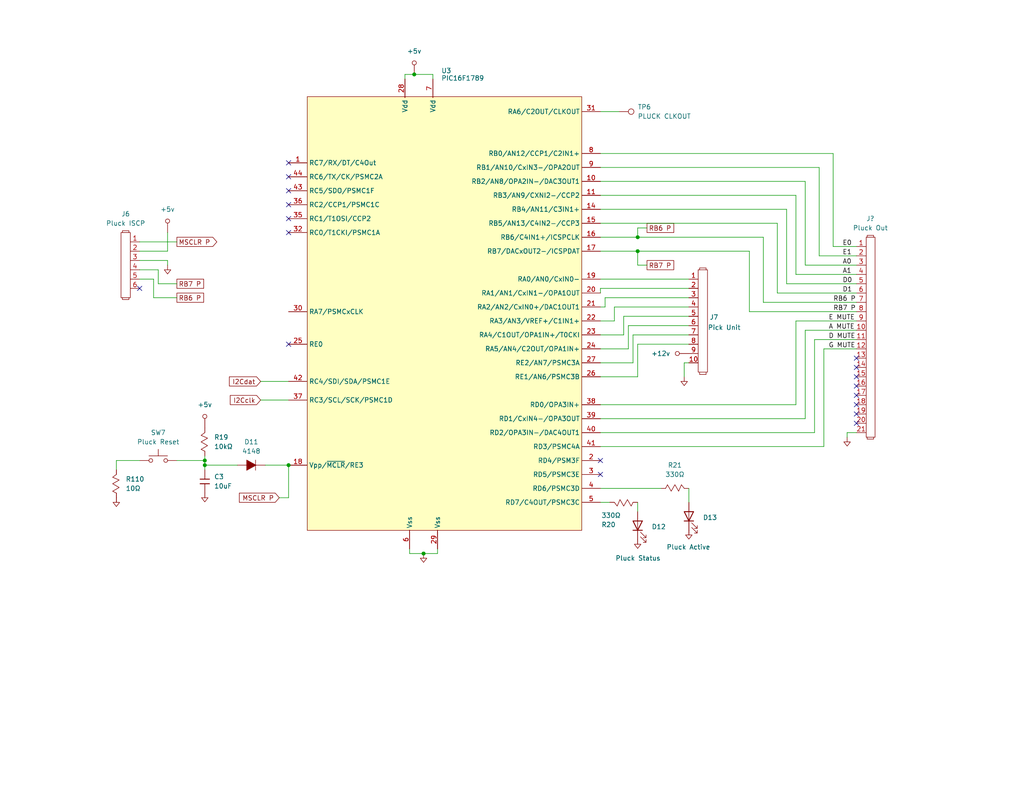
<source format=kicad_sch>
(kicad_sch (version 20250114) (generator "eeschema") (generator_version "9.0")
  (paper "A")
  (title_block (title "Plucking Processor Schematic") (date "2024-12-10") (rev "A"))
  (lib_symbols
    (symbol "Connector:TestPoint" (pin_numbers (hide yes)) (pin_names (offset 0.762) (hide yes))
      (property "Reference" "TP" (at 0 6.858 0))
      (property "Value" "TestPoint" (at 0 5.08 0))
      (symbol "TestPoint_0_1"
        (circle (center 0 3.302) (radius 0.762))
      )
      (symbol "TestPoint_1_1"
        (pin passive line (at 0 0 90) (length 2.54) (name "1") (number "1"))
      )
    )
    (symbol "Custom Power:+12v" (power) (pin_numbers (hide yes)) (pin_names (hide yes)) (in_bom no) (on_board no)
      (property "Value" "+12v" (at 0 3.81 0))
      (symbol "+12v_0_1"
        (circle (center 0 1.8796) (radius 0.5611))
      )
      (symbol "+12v_1_1"
        (pin power_in line (at 0 -1.27 90) (length 2.54) (name "+12v") (number "~"))
      )
    )
    (symbol "Custom Power:+5v" (power) (pin_numbers (hide yes)) (pin_names (hide yes)) (in_bom no) (on_board no)
      (property "Value" "+5v" (at 0 3.81 0))
      (symbol "+5v_0_1"
        (circle (center 0 1.8796) (radius 0.5611))
      )
      (symbol "+5v_1_1"
        (pin power_in line (at 0 -1.27 90) (length 2.54) (name "+5v") (number ""))
      )
    )
    (symbol "Custom Power:GND" (power) (pin_numbers (hide yes)) (pin_names (hide yes)) (in_bom no) (on_board no)
      (symbol "GND_0_1"
        (polyline (pts (xy -0.889 -1.27) (xy 0.889 -1.27) (xy 0 -2.413) (xy -0.889 -1.27)))
      )
      (symbol "GND_1_1"
        (pin power_in line (at 0 0 270) (length 1.27) (name "GND") (number "~"))
      )
    )
    (symbol "Device:LED" (pin_numbers (hide yes)) (pin_names (offset 1.016) (hide yes))
      (property "Reference" "D" (at 0 2.54 0))
      (property "Value" "LED" (at 0 -2.54 0))
      (symbol "LED_0_1"
        (polyline (pts (xy -3.048 -0.762) (xy -4.572 -2.286) (xy -3.81 -2.286) (xy -4.572 -2.286) (xy -4.572 -1.524)))
        (polyline (pts (xy -1.778 -0.762) (xy -3.302 -2.286) (xy -2.54 -2.286) (xy -3.302 -2.286) (xy -3.302 -1.524)))
        (polyline (pts (xy -1.27 0) (xy 1.27 0)))
        (polyline (pts (xy -1.27 -1.27) (xy -1.27 1.27)) (stroke (width 0.254)))
        (polyline (pts (xy 1.27 -1.27) (xy 1.27 1.27) (xy -1.27 0) (xy 1.27 -1.27)) (stroke (width 0.254)))
      )
      (symbol "LED_1_1"
        (pin passive line (at -3.81 0 0) (length 2.54) (name "K") (number "1"))
        (pin passive line (at 3.81 0 180) (length 2.54) (name "A") (number "2"))
      )
    )
    (symbol "OF symbols:Header_1x21" (pin_names (hide yes))
      (property "Reference" "J" (at -8.89 -3.81 0))
      (property "Value" "?" (at -8.89 -6.35 0))
      (symbol "Header_1x21_0_1"
        (rectangle (start -5.08 2.54) (end -2.667 -52.07))
        (polyline (pts (xy -4.699 2.54) (xy -4.699 3.048) (xy -2.921 3.048) (xy -2.921 2.54)))
        (polyline (pts (xy -4.699 -52.07) (xy -4.699 -52.578) (xy -2.921 -52.578) (xy -2.921 -52.07)))
      )
      (symbol "Header_1x21_1_1"
        (pin passive line (at 0 0 180) (length 2.54) (name "1") (number "1"))
        (pin passive line (at 0 -2.54 180) (length 2.54) (name "2") (number "2"))
        (pin passive line (at 0 -5.08 180) (length 2.54) (name "3") (number "3"))
        (pin passive line (at 0 -7.62 180) (length 2.54) (name "4") (number "4"))
        (pin passive line (at 0 -10.16 180) (length 2.54) (name "5") (number "5"))
        (pin passive line (at 0 -12.7 180) (length 2.54) (name "6") (number "6"))
        (pin passive line (at 0 -15.24 180) (length 2.54) (name "7") (number "7"))
        (pin passive line (at 0 -17.78 180) (length 2.54) (name "8") (number "8"))
        (pin passive line (at 0 -20.32 180) (length 2.54) (name "9") (number "9"))
        (pin passive line (at 0 -22.86 180) (length 2.54) (name "10") (number "10"))
        (pin passive line (at 0 -25.4 180) (length 2.54) (name "11") (number "11"))
        (pin passive line (at 0 -27.94 180) (length 2.54) (name "12") (number "12"))
        (pin passive line (at 0 -30.48 180) (length 2.54) (name "13") (number "13"))
        (pin passive line (at 0 -33.02 180) (length 2.54) (name "14") (number "14"))
        (pin passive line (at 0 -35.56 180) (length 2.54) (name "15") (number "15"))
        (pin passive line (at 0 -38.1 180) (length 2.54) (name "16") (number "16"))
        (pin passive line (at 0 -40.64 180) (length 2.54) (name "17") (number "17"))
        (pin passive line (at 0 -43.18 180) (length 2.54) (name "18") (number "18"))
        (pin passive line (at 0 -45.72 180) (length 2.54) (name "19") (number "19"))
        (pin passive line (at 0 -48.26 180) (length 2.54) (name "20") (number "20"))
        (pin passive line (at 0 -50.8 180) (length 2.54) (name "21") (number "21"))
      )
    )
    (symbol "Owen's Symbols:Capacitor" (pin_numbers (hide yes)) (pin_names (hide yes))
      (property "Reference" "C" (at 2.54 0 0))
      (property "Value" "?" (at 2.54 -2.54 0))
      (symbol "Capacitor_1_1"
        (polyline (pts (xy -1.27 -2.54) (xy 1.27 -2.54)) (stroke (width 0.254)))
        (polyline (pts (xy -1.27 -3.81) (xy 1.27 -3.81)) (stroke (width 0.254)))
        (pin passive line (at 0 0 270) (length 2.54) (name "1") (number "1"))
        (pin passive line (at 0 -6.35 90) (length 2.54) (name "2") (number "2"))
      )
    )
    (symbol "Owen's Symbols:Diode" (pin_numbers (hide yes)) (pin_names (hide yes))
      (property "Reference" "D" (at 3.81 -1.27 0))
      (property "Value" "Vz" (at 3.81 -3.81 0))
      (symbol "Diode_0_1"
        (polyline (pts (xy -1.397 -4.953) (xy 1.397 -4.953) (xy 1.397 -4.953)))
      )
      (symbol "Diode_1_1"
        (polyline (pts (xy -1.397 -2.54) (xy 1.397 -2.54) (xy 0 -5.08) (xy -1.397 -2.54)) (fill (type outline)))
        (pin passive line (at 0 0 270) (length 2.54) (name "2") (number "2"))
        (pin passive line (at 0 -7.62 90) (length 2.54) (name "1") (number "1"))
      )
    )
    (symbol "Owen's Symbols:Header_1x10" (pin_names (hide yes))
      (property "Reference" "J" (at -8.89 -3.81 0))
      (property "Value" "?" (at -8.89 -6.35 0))
      (symbol "Header_1x10_0_1"
        (rectangle (start -5.08 2.54) (end -2.54 -25.4))
        (polyline (pts (xy -4.699 2.54) (xy -4.699 3.048) (xy -2.921 3.048) (xy -2.921 2.54)))
        (polyline (pts (xy -4.699 -25.527) (xy -4.699 -26.035) (xy -2.921 -26.035) (xy -2.921 -25.527)))
      )
      (symbol "Header_1x10_1_1"
        (pin passive line (at 0 0 180) (length 2.54) (name "1") (number "1"))
        (pin passive line (at 0 -2.54 180) (length 2.54) (name "2") (number "2"))
        (pin passive line (at 0 -5.08 180) (length 2.54) (name "3") (number "3"))
        (pin passive line (at 0 -7.62 180) (length 2.54) (name "4") (number "4"))
        (pin passive line (at 0 -10.16 180) (length 2.54) (name "5") (number "5"))
        (pin passive line (at 0 -12.7 180) (length 2.54) (name "6") (number "6"))
        (pin passive line (at 0 -15.24 180) (length 2.54) (name "7") (number "7"))
        (pin passive line (at 0 -17.78 180) (length 2.54) (name "8") (number "8"))
        (pin passive line (at 0 -20.32 180) (length 2.54) (name "9") (number "9"))
        (pin passive line (at 0 -22.86 180) (length 2.54) (name "10") (number "10"))
      )
    )
    (symbol "Owen's Symbols:Header_1x6" (pin_names (hide yes))
      (property "Reference" "J" (at -8.89 -3.81 0))
      (property "Value" "?" (at -8.89 -6.35 0))
      (symbol "Header_1x6_0_1"
        (rectangle (start -5.08 2.54) (end -2.54 -15.24))
        (polyline (pts (xy -4.699 2.54) (xy -4.699 3.048) (xy -2.921 3.048) (xy -2.921 2.54)))
        (polyline (pts (xy -4.699 -15.24) (xy -4.699 -15.748) (xy -2.921 -15.748) (xy -2.921 -15.24)))
      )
      (symbol "Header_1x6_1_1"
        (pin passive line (at 0 0 180) (length 2.54) (name "1") (number "1"))
        (pin passive line (at 0 -2.54 180) (length 2.54) (name "2") (number "2"))
        (pin passive line (at 0 -5.08 180) (length 2.54) (name "3") (number "3"))
        (pin passive line (at 0 -7.62 180) (length 2.54) (name "4") (number "4"))
        (pin passive line (at 0 -10.16 180) (length 2.54) (name "5") (number "5"))
        (pin passive line (at 0 -12.7 180) (length 2.54) (name "6") (number "6"))
      )
    )
    (symbol "Owen's Symbols:PIC16F1789_44"
      (property "Reference" "U" (at -37.592 5.334 0))
      (property "Value" "PIC16F1789" (at -31.75 4.826 0))
      (symbol "PIC16F1789_44_1_0"
        (pin bidirectional line (at 45.72 -3.81 180) (length 5.08) (name "RA6/C2OUT/CLKOUT") (number "31"))
      )
      (symbol "PIC16F1789_44_1_1"
        (rectangle (start -34.29 0) (end 40.64 -118.11) (fill (type background)))
        (pin bidirectional line (at -39.37 -15.24 0) (length 5.08) (name "RA0/AN0/CxIN0-") (number "19"))
        (pin bidirectional line (at -39.37 -19.05 0) (length 5.08) (name "RA1/AN1/CxIN1-/OPA1OUT") (number "20"))
        (pin bidirectional line (at -39.37 -22.86 0) (length 5.08) (name "RA2/AN2/CxIN0+/DAC1OUT1") (number "21"))
        (pin bidirectional line (at -39.37 -26.67 0) (length 5.08) (name "RA3/AN3/VREF+/C1IN1+") (number "22"))
        (pin bidirectional line (at -39.37 -30.48 0) (length 5.08) (name "RA4/C1OUT/OPA1IN+/T0CKI") (number "23"))
        (pin bidirectional line (at -39.37 -34.29 0) (length 5.08) (name "RA5/AN4/C2OUT/OPA1IN+") (number "24"))
        (pin bidirectional line (at -39.37 -38.1 0) (length 5.08) (name "RA6/C2OUT/CLKOUT") (number "31"))
        (pin bidirectional line (at -39.37 -41.91 0) (length 5.08) (name "RA7/PSMCxCLK") (number "30"))
        (pin bidirectional line (at -39.37 -59.69 0) (length 5.08) (name "RE2/AN7/PSMC3A") (number "27"))
        (pin bidirectional line (at -39.37 -63.5 0) (length 5.08) (name "RE1/AN6/PSMC3B") (number "26"))
        (pin bidirectional line (at -39.37 -68.58 0) (length 5.08) (name "RE0") (number "25"))
        (pin bidirectional line (at -39.37 -100.33 0) (length 5.08) (name "Vpp/~{MCLR}/RE3") (number "18"))
        (pin bidirectional line (at -7.62 5.08 270) (length 5.08) (name "Vdd") (number "28"))
        (pin bidirectional line (at -6.35 -123.19 90) (length 5.08) (name "Vss") (number "6"))
        (pin bidirectional line (at 0 5.08 270) (length 5.08) (name "Vdd") (number "7"))
        (pin bidirectional line (at 1.27 -123.19 90) (length 5.08) (name "Vss") (number "29"))
        (pin bidirectional line (at 45.72 -15.24 180) (length 5.08) (name "RB0/AN12/CCP1/C2IN1+") (number "8"))
        (pin bidirectional line (at 45.72 -19.05 180) (length 5.08) (name "RB1/AN10/CxIN3-/OPA2OUT") (number "9"))
        (pin bidirectional line (at 45.72 -22.86 180) (length 5.08) (name "RB2/AN8/OPA2IN-/DAC3OUT1") (number "10"))
        (pin bidirectional line (at 45.72 -26.67 180) (length 5.08) (name "RB3/AN9/CXNI2-/CCP2") (number "11"))
        (pin bidirectional line (at 45.72 -30.48 180) (length 5.08) (name "RB4/AN11/C3IN1+") (number "14"))
        (pin bidirectional line (at 45.72 -34.29 180) (length 5.08) (name "RB5/AN13/C4IN2-/CCP3") (number "15"))
        (pin bidirectional line (at 45.72 -38.1 180) (length 5.08) (name "RB6/C4IN1+/ICSPCLK") (number "16"))
        (pin bidirectional line (at 45.72 -41.91 180) (length 5.08) (name "RB7/DACxOUT2-/ICSPDAT") (number "17"))
        (pin bidirectional line (at 45.72 -49.53 180) (length 5.08) (name "RC0/T1CKI/PSMC1A") (number "32"))
        (pin bidirectional line (at 45.72 -53.34 180) (length 5.08) (name "RC1/T1OSI/CCP2") (number "35"))
        (pin bidirectional line (at 45.72 -57.15 180) (length 5.08) (name "RC2/CCP1/PSMC1C") (number "36"))
        (pin bidirectional line (at 45.72 -60.96 180) (length 5.08) (name "RC3/SCL/SCK/PSMC1D") (number "37"))
        (pin bidirectional line (at 45.72 -64.77 180) (length 5.08) (name "RC4/SDI/SDA/PSMC1E") (number "42"))
        (pin bidirectional line (at 45.72 -68.58 180) (length 5.08) (name "RC5/SDO/PSMC1F") (number "43"))
        (pin bidirectional line (at 45.72 -72.39 180) (length 5.08) (name "RC6/TX/CK/PSMC2A") (number "44"))
        (pin bidirectional line (at 45.72 -76.2 180) (length 5.08) (name "RC7/RX/DT/C4Out") (number "1"))
        (pin bidirectional line (at 45.72 -83.82 180) (length 5.08) (name "RD0/OPA3IN+") (number "38"))
        (pin bidirectional line (at 45.72 -87.63 180) (length 5.08) (name "RD1/CxIN4-/OPA3OUT") (number "39"))
        (pin bidirectional line (at 45.72 -91.44 180) (length 5.08) (name "RD2/OPA3IN-/DAC4OUT1") (number "40"))
        (pin bidirectional line (at 45.72 -95.25 180) (length 5.08) (name "RD3/PSMC4A") (number "41"))
        (pin bidirectional line (at 45.72 -99.06 180) (length 5.08) (name "RD4/PSM3F") (number "2"))
        (pin bidirectional line (at 45.72 -102.87 180) (length 5.08) (name "RD5/PSMC3E") (number "3"))
        (pin bidirectional line (at 45.72 -106.68 180) (length 5.08) (name "RD6/PSMC3D") (number "4"))
        (pin bidirectional line (at 45.72 -110.49 180) (length 5.08) (name "RD7/C4OUT/PSMC3C") (number "5"))
      )
      (symbol "PIC16F1789_44_1_2"
        (rectangle (start -34.29 0.254) (end 40.64 -118.11) (fill (type background)))
        (pin bidirectional line (at -39.37 -17.78 0) (length 5.08) (name "RC7/RX/DT/C4Out") (number "1"))
        (pin bidirectional line (at -39.37 -21.59 0) (length 5.08) (name "RC6/TX/CK/PSMC2A") (number "44"))
        (pin bidirectional line (at -39.37 -25.4 0) (length 5.08) (name "RC5/SDO/PSMC1F") (number "43"))
        (pin bidirectional line (at -39.37 -29.21 0) (length 5.08) (name "RC2/CCP1/PSMC1C") (number "36"))
        (pin bidirectional line (at -39.37 -33.02 0) (length 5.08) (name "RC1/T1OSI/CCP2") (number "35"))
        (pin bidirectional line (at -39.37 -36.83 0) (length 5.08) (name "RC0/T1CKI/PSMC1A") (number "32"))
        (pin bidirectional line (at -39.37 -58.42 0) (length 5.08) (name "RA7/PSMCxCLK") (number "30"))
        (pin bidirectional line (at -39.37 -67.31 0) (length 5.08) (name "RE0") (number "25"))
        (pin bidirectional line (at -39.37 -77.47 0) (length 5.08) (name "RC4/SDI/SDA/PSMC1E") (number "42"))
        (pin bidirectional line (at -39.37 -82.55 0) (length 5.08) (name "RC3/SCL/SCK/PSMC1D") (number "37"))
        (pin bidirectional line (at -39.37 -100.33 0) (length 5.08) (name "Vpp/~{MCLR}/RE3") (number "18"))
        (pin bidirectional line (at -7.62 5.08 270) (length 5.08) (name "Vdd") (number "28"))
        (pin bidirectional line (at -6.35 -123.19 90) (length 5.08) (name "Vss") (number "6"))
        (pin bidirectional line (at 0 5.08 270) (length 5.08) (name "Vdd") (number "7"))
        (pin bidirectional line (at 1.27 -123.19 90) (length 5.08) (name "Vss") (number "29"))
        (pin bidirectional line (at 45.72 -15.24 180) (length 5.08) (name "RB0/AN12/CCP1/C2IN1+") (number "8"))
        (pin bidirectional line (at 45.72 -19.05 180) (length 5.08) (name "RB1/AN10/CxIN3-/OPA2OUT") (number "9"))
        (pin bidirectional line (at 45.72 -22.86 180) (length 5.08) (name "RB2/AN8/OPA2IN-/DAC3OUT1") (number "10"))
        (pin bidirectional line (at 45.72 -26.67 180) (length 5.08) (name "RB3/AN9/CXNI2-/CCP2") (number "11"))
        (pin bidirectional line (at 45.72 -30.48 180) (length 5.08) (name "RB4/AN11/C3IN1+") (number "14"))
        (pin bidirectional line (at 45.72 -34.29 180) (length 5.08) (name "RB5/AN13/C4IN2-/CCP3") (number "15"))
        (pin bidirectional line (at 45.72 -38.1 180) (length 5.08) (name "RB6/C4IN1+/ICSPCLK") (number "16"))
        (pin bidirectional line (at 45.72 -41.91 180) (length 5.08) (name "RB7/DACxOUT2-/ICSPDAT") (number "17"))
        (pin bidirectional line (at 45.72 -49.53 180) (length 5.08) (name "RA0/AN0/CxIN0-") (number "19"))
        (pin bidirectional line (at 45.72 -53.34 180) (length 5.08) (name "RA1/AN1/CxIN1-/OPA1OUT") (number "20"))
        (pin bidirectional line (at 45.72 -57.15 180) (length 5.08) (name "RA2/AN2/CxIN0+/DAC1OUT1") (number "21"))
        (pin bidirectional line (at 45.72 -60.96 180) (length 5.08) (name "RA3/AN3/VREF+/C1IN1+") (number "22"))
        (pin bidirectional line (at 45.72 -64.77 180) (length 5.08) (name "RA4/C1OUT/OPA1IN+/T0CKI") (number "23"))
        (pin bidirectional line (at 45.72 -68.58 180) (length 5.08) (name "RA5/AN4/C2OUT/OPA1IN+") (number "24"))
        (pin bidirectional line (at 45.72 -72.39 180) (length 5.08) (name "RE2/AN7/PSMC3A") (number "27"))
        (pin bidirectional line (at 45.72 -76.2 180) (length 5.08) (name "RE1/AN6/PSMC3B") (number "26"))
        (pin bidirectional line (at 45.72 -83.82 180) (length 5.08) (name "RD0/OPA3IN+") (number "38"))
        (pin bidirectional line (at 45.72 -87.63 180) (length 5.08) (name "RD1/CxIN4-/OPA3OUT") (number "39"))
        (pin bidirectional line (at 45.72 -91.44 180) (length 5.08) (name "RD2/OPA3IN-/DAC4OUT1") (number "40"))
        (pin bidirectional line (at 45.72 -95.25 180) (length 5.08) (name "RD3/PSMC4A") (number "41"))
        (pin bidirectional line (at 45.72 -99.06 180) (length 5.08) (name "RD4/PSM3F") (number "2"))
        (pin bidirectional line (at 45.72 -102.87 180) (length 5.08) (name "RD5/PSMC3E") (number "3"))
        (pin bidirectional line (at 45.72 -106.68 180) (length 5.08) (name "RD6/PSMC3D") (number "4"))
        (pin bidirectional line (at 45.72 -110.49 180) (length 5.08) (name "RD7/C4OUT/PSMC3C") (number "5"))
      )
    )
    (symbol "Owen's Symbols:Resistor_Mod" (pin_numbers (hide yes)) (pin_names (offset 0) (hide yes))
      (property "Reference" "R" (at 0 4.318 0))
      (property "Value" "ValueΩ" (at 0 2.54 0))
      (symbol "Resistor_Mod_0_1"
        (polyline (pts (xy -2.54 0) (xy -2.032 1.016) (xy -1.016 -0.762) (xy 0 1.016) (xy 1.016 -0.762) (xy 1.778 1.016) (xy 2.54 0)))
      )
      (symbol "Resistor_Mod_1_1"
        (pin passive line (at -3.81 0 0) (length 1.27) (name "1") (number "1"))
        (pin passive line (at 3.81 0 180) (length 1.27) (name "2") (number "2"))
      )
    )
    (symbol "Switch:SW_Push" (pin_numbers (hide yes)) (pin_names (offset 1.016) (hide yes))
      (property "Reference" "SW" (at 1.27 2.54 0))
      (property "Value" "SW_Push" (at 0 -1.524 0))
      (symbol "SW_Push_0_1"
        (circle (center -2.032 0) (radius 0.508))
        (polyline (pts (xy 0 1.27) (xy 0 3.048)))
        (circle (center 2.032 0) (radius 0.508))
        (polyline (pts (xy 2.54 1.27) (xy -2.54 1.27)))
        (pin passive line (at -5.08 0 0) (length 2.54) (name "1") (number "1"))
        (pin passive line (at 5.08 0 180) (length 2.54) (name "2") (number "2"))
      )
    )
  )
  (junction (at 55.88 127))
  (junction (at 173.99 68.58))
  (junction (at 173.99 64.77))
  (junction (at 78.74 127))
  (junction (at 115.57 151.13))
  (junction (at 113.03 20.32))
  (junction (at 55.88 125.73))
  (no_connect (at 233.68 100.33))
  (no_connect (at 78.74 63.5))
  (no_connect (at 233.68 110.49))
  (no_connect (at 233.68 105.41))
  (no_connect (at 78.74 52.07))
  (no_connect (at 233.68 113.03))
  (no_connect (at 233.68 107.95))
  (no_connect (at 233.68 115.57))
  (no_connect (at 78.74 44.45))
  (no_connect (at 78.74 55.88))
  (no_connect (at 78.74 93.98))
  (no_connect (at 163.83 129.54))
  (no_connect (at 163.83 125.73))
  (no_connect (at 38.1 78.74))
  (no_connect (at 78.74 48.26))
  (no_connect (at 233.68 102.87))
  (no_connect (at 78.74 59.69))
  (no_connect (at 233.68 97.79))
  (wire (pts (xy 163.83 64.77) (xy 173.99 64.77)))
  (wire (pts (xy 64.77 127) (xy 55.88 127)))
  (wire (pts (xy 45.72 71.12) (xy 45.72 72.39)))
  (wire (pts (xy 186.69 99.06) (xy 186.69 102.87)))
  (wire (pts (xy 172.72 99.06) (xy 172.72 91.44)))
  (wire (pts (xy 163.83 137.16) (xy 166.37 137.16)))
  (wire (pts (xy 111.76 151.13) (xy 111.76 149.86)))
  (wire (pts (xy 173.99 68.58) (xy 204.47 68.58)))
  (wire (pts (xy 219.71 90.17) (xy 233.68 90.17)))
  (wire (pts (xy 176.53 72.39) (xy 173.99 72.39)))
  (wire (pts (xy 212.09 80.01) (xy 233.68 80.01)))
  (wire (pts (xy 55.88 127) (xy 55.88 125.73)))
  (wire (pts (xy 111.76 151.13) (xy 115.57 151.13)))
  (wire (pts (xy 224.79 121.92) (xy 224.79 95.25)))
  (wire (pts (xy 165.1 81.28) (xy 187.96 81.28)))
  (wire (pts (xy 171.45 95.25) (xy 171.45 88.9)))
  (wire (pts (xy 110.49 21.59) (xy 110.49 20.32)))
  (wire (pts (xy 227.33 67.31) (xy 233.68 67.31)))
  (wire (pts (xy 163.83 83.82) (xy 165.1 83.82)))
  (wire (pts (xy 163.83 57.15) (xy 214.63 57.15)))
  (wire (pts (xy 170.18 91.44) (xy 170.18 86.36)))
  (wire (pts (xy 187.96 133.35) (xy 187.96 137.16)))
  (wire (pts (xy 41.91 76.2) (xy 38.1 76.2)))
  (wire (pts (xy 38.1 68.58) (xy 45.72 68.58)))
  (wire (pts (xy 55.88 125.73) (xy 55.88 124.46)))
  (wire (pts (xy 187.96 99.06) (xy 186.69 99.06)))
  (wire (pts (xy 163.83 41.91) (xy 227.33 41.91)))
  (wire (pts (xy 165.1 83.82) (xy 165.1 81.28)))
  (wire (pts (xy 219.71 114.3) (xy 219.71 90.17)))
  (wire (pts (xy 38.1 71.12) (xy 45.72 71.12)))
  (wire (pts (xy 163.83 45.72) (xy 223.52 45.72)))
  (wire (pts (xy 163.83 118.11) (xy 222.25 118.11)))
  (wire (pts (xy 170.18 86.36) (xy 187.96 86.36)))
  (wire (pts (xy 173.99 62.23) (xy 173.99 64.77)))
  (wire (pts (xy 176.53 62.23) (xy 173.99 62.23)))
  (wire (pts (xy 208.28 64.77) (xy 208.28 82.55)))
  (wire (pts (xy 217.17 110.49) (xy 217.17 87.63)))
  (wire (pts (xy 118.11 20.32) (xy 118.11 21.59)))
  (wire (pts (xy 163.83 91.44) (xy 170.18 91.44)))
  (wire (pts (xy 163.83 102.87) (xy 173.99 102.87)))
  (wire (pts (xy 163.83 53.34) (xy 217.17 53.34)))
  (wire (pts (xy 233.68 77.47) (xy 214.63 77.47)))
  (wire (pts (xy 43.18 77.47) (xy 48.26 77.47)))
  (wire (pts (xy 55.88 127) (xy 55.88 128.27)))
  (wire (pts (xy 31.75 128.27) (xy 31.75 125.73)))
  (wire (pts (xy 38.1 66.04) (xy 48.26 66.04)))
  (wire (pts (xy 119.38 149.86) (xy 119.38 151.13)))
  (wire (pts (xy 214.63 77.47) (xy 214.63 57.15)))
  (wire (pts (xy 217.17 74.93) (xy 233.68 74.93)))
  (wire (pts (xy 173.99 64.77) (xy 208.28 64.77)))
  (wire (pts (xy 163.83 121.92) (xy 224.79 121.92)))
  (wire (pts (xy 110.49 20.32) (xy 113.03 20.32)))
  (wire (pts (xy 43.18 73.66) (xy 43.18 77.47)))
  (wire (pts (xy 71.12 109.22) (xy 78.74 109.22)))
  (wire (pts (xy 227.33 41.91) (xy 227.33 67.31)))
  (wire (pts (xy 48.26 81.28) (xy 41.91 81.28)))
  (wire (pts (xy 71.12 104.14) (xy 78.74 104.14)))
  (wire (pts (xy 171.45 88.9) (xy 187.96 88.9)))
  (wire (pts (xy 208.28 82.55) (xy 233.68 82.55)))
  (wire (pts (xy 48.26 125.73) (xy 55.88 125.73)))
  (wire (pts (xy 45.72 68.58) (xy 45.72 63.5)))
  (wire (pts (xy 76.2 135.89) (xy 78.74 135.89)))
  (wire (pts (xy 173.99 93.98) (xy 187.96 93.98)))
  (wire (pts (xy 187.96 78.74) (xy 163.83 78.74)))
  (wire (pts (xy 222.25 118.11) (xy 222.25 92.71)))
  (wire (pts (xy 173.99 102.87) (xy 173.99 93.98)))
  (wire (pts (xy 163.83 60.96) (xy 212.09 60.96)))
  (wire (pts (xy 163.83 76.2) (xy 187.96 76.2)))
  (wire (pts (xy 219.71 72.39) (xy 233.68 72.39)))
  (wire (pts (xy 231.14 118.11) (xy 231.14 119.38)))
  (wire (pts (xy 38.1 73.66) (xy 43.18 73.66)))
  (wire (pts (xy 113.03 20.32) (xy 118.11 20.32)))
  (wire (pts (xy 72.39 127) (xy 78.74 127)))
  (wire (pts (xy 173.99 137.16) (xy 173.99 139.7)))
  (wire (pts (xy 233.68 85.09) (xy 204.47 85.09)))
  (wire (pts (xy 233.68 118.11) (xy 231.14 118.11)))
  (wire (pts (xy 222.25 92.71) (xy 233.68 92.71)))
  (wire (pts (xy 163.83 99.06) (xy 172.72 99.06)))
  (wire (pts (xy 163.83 95.25) (xy 171.45 95.25)))
  (wire (pts (xy 168.91 30.48) (xy 163.83 30.48)))
  (wire (pts (xy 167.64 83.82) (xy 167.64 87.63)))
  (wire (pts (xy 163.83 110.49) (xy 217.17 110.49)))
  (wire (pts (xy 41.91 81.28) (xy 41.91 76.2)))
  (wire (pts (xy 119.38 151.13) (xy 115.57 151.13)))
  (wire (pts (xy 233.68 69.85) (xy 223.52 69.85)))
  (wire (pts (xy 163.83 78.74) (xy 163.83 80.01)))
  (wire (pts (xy 204.47 85.09) (xy 204.47 68.58)))
  (wire (pts (xy 212.09 60.96) (xy 212.09 80.01)))
  (wire (pts (xy 31.75 125.73) (xy 38.1 125.73)))
  (wire (pts (xy 217.17 53.34) (xy 217.17 74.93)))
  (wire (pts (xy 219.71 49.53) (xy 219.71 72.39)))
  (wire (pts (xy 217.17 87.63) (xy 233.68 87.63)))
  (wire (pts (xy 167.64 87.63) (xy 163.83 87.63)))
  (wire (pts (xy 167.64 83.82) (xy 187.96 83.82)))
  (wire (pts (xy 163.83 114.3) (xy 219.71 114.3)))
  (wire (pts (xy 223.52 69.85) (xy 223.52 45.72)))
  (wire (pts (xy 163.83 68.58) (xy 173.99 68.58)))
  (wire (pts (xy 180.34 133.35) (xy 163.83 133.35)))
  (wire (pts (xy 163.83 49.53) (xy 219.71 49.53)))
  (wire (pts (xy 224.79 95.25) (xy 233.68 95.25)))
  (wire (pts (xy 173.99 72.39) (xy 173.99 68.58)))
  (wire (pts (xy 172.72 91.44) (xy 187.96 91.44)))
  (wire (pts (xy 78.74 127) (xy 78.74 135.89)))
  (label "E0" (at 229.87 67.31 0))
  (label "A1" (at 229.87 74.93 0))
  (label "RB6 P" (at 227.33 82.55 0))
  (label "E MUTE" (at 226.06 87.63 0))
  (label "A0" (at 229.87 72.39 0))
  (label "D0" (at 229.87 77.47 0))
  (label "D MUTE" (at 226.06 92.71 0))
  (label "E1" (at 229.87 69.85 0))
  (label "A MUTE" (at 226.06 90.17 0))
  (label "G MUTE" (at 226.06 95.25 0))
  (label "RB7 P" (at 227.33 85.09 0))
  (label "D1" (at 229.87 80.01 0))
  (global_label "RB7 P" (shape passive) (at 176.53 72.39 0) (property "Intersheetrefs" "${INTERSHEET_REFS}" (effects (hide yes))))
  (global_label "I2Cclk" (shape input) (at 71.12 109.22 180) (property "Intersheetrefs" "${INTERSHEET_REFS}" (effects (hide yes))))
  (global_label "RB7 P" (shape passive) (at 48.26 77.47 0) (property "Intersheetrefs" "${INTERSHEET_REFS}" (effects (hide yes))))
  (global_label "MSCLR P" (shape input) (at 76.2 135.89 180) (property "Intersheetrefs" "${INTERSHEET_REFS}" (effects (hide yes))))
  (global_label "RB6 P" (shape passive) (at 48.26 81.28 0) (property "Intersheetrefs" "${INTERSHEET_REFS}" (effects (hide yes))))
  (global_label "RB6 P" (shape passive) (at 176.53 62.23 0) (property "Intersheetrefs" "${INTERSHEET_REFS}" (effects (hide yes))))
  (global_label "I2Cdat" (shape input) (at 71.12 104.14 180) (property "Intersheetrefs" "${INTERSHEET_REFS}" (effects (hide yes))))
  (global_label "MSCLR P" (shape output) (at 48.26 66.04 0) (property "Intersheetrefs" "${INTERSHEET_REFS}" (effects (hide yes))))
  (symbol (lib_id "Custom Power:GND") (at 55.88 134.62 0) (unit 1) (in_bom no) (on_board no)
    (property "Reference" "#PWR036" (effects (hide yes)))
    (property "Value" "GND" (effects (hide yes)))
  )
  (symbol (lib_id "Custom Power:GND") (at 31.75 135.89 0) (unit 1) (in_bom no) (on_board no)
    (property "Reference" "#PWR0175" (effects (hide yes)))
    (property "Value" "GND" (effects (hide yes)))
  )
  (symbol (lib_id "Custom Power:+12v") (at 186.69 96.52 90) (unit 1) (in_bom no) (on_board no)
    (property "Reference" "#PWR040" (effects (hide yes)))
    (property "Value" "+12v" (at 182.88 96.5199 90) (effects (justify left)))
  )
  (symbol (lib_id "Custom Power:GND") (at 187.96 144.78 0) (unit 1) (in_bom no) (on_board no)
    (property "Reference" "#PWR042" (effects (hide yes)))
    (property "Value" "GND" (effects (hide yes)))
  )
  (symbol (lib_id "Connector:TestPoint") (at 168.91 30.48 270) (unit 1)
    (property "Reference" "TP6" (at 173.99 29.2099 90) (effects (justify left)))
    (property "Value" "PLUCK CLKOUT" (at 173.99 31.7499 90) (effects (justify left)))
    (property "Footprint" "Connector_PinHeader_2.54mm:PinHeader_1x01_P2.54mm_Vertical" (effects (hide yes)))
    (property "Description" "test point" (effects (hide yes)))
  )
  (symbol (lib_id "OF symbols:Header_1x21") (at 233.68 67.31 0) (mirror y) (unit 1)
    (property "Reference" "J?" (at 237.49 59.69 0))
    (property "Value" "Pluck Out" (at 237.49 62.23 0))
  )
  (symbol (lib_id "Owen's Symbols:Header_1x6") (at 38.1 66.04 0) (unit 1)
    (property "Reference" "J6" (at 34.29 58.42 0))
    (property "Value" "Pluck ISCP" (at 34.29 60.96 0))
    (property "Footprint" "Connector_PinHeader_2.54mm:PinHeader_1x06_P2.54mm_Vertical" (effects (hide yes)))
  )
  (symbol (lib_id "Owen's Symbols:Resistor_Mod") (at 31.75 132.08 90) (unit 1)
    (property "Reference" "R110" (at 34.29 130.8099 90) (effects (justify right)))
    (property "Value" "10Ω" (at 34.29 133.3499 90) (effects (justify right)))
    (property "Footprint" "Resistor_SMD:R_0805_2012Metric_Pad1.20x1.40mm_HandSolder" (effects (hide yes)))
  )
  (symbol (lib_id "Custom Power:+5v") (at 55.88 115.57 0) (unit 1) (in_bom no) (on_board no)
    (property "Reference" "#PWR035" (effects (hide yes)))
    (property "Value" "+5v" (at 55.88 110.49 0))
  )
  (symbol (lib_id "Custom Power:GND") (at 115.57 151.13 0) (unit 1) (in_bom no) (on_board no)
    (property "Reference" "#PWR038" (effects (hide yes)))
    (property "Value" "GND" (effects (hide yes)))
  )
  (symbol (lib_id "Owen's Symbols:Resistor_Mod") (at 184.15 133.35 0) (unit 1)
    (property "Reference" "R21" (at 184.15 127 0))
    (property "Value" "330Ω" (at 184.15 129.54 0))
    (property "Footprint" "Resistor_SMD:R_0805_2012Metric_Pad1.20x1.40mm_HandSolder" (effects (hide yes)))
  )
  (symbol (lib_id "Custom Power:+5v") (at 113.03 19.05 0) (unit 1) (in_bom no) (on_board no)
    (property "Reference" "#PWR037" (effects (hide yes)))
    (property "Value" "+5v" (at 113.03 13.97 0))
  )
  (symbol (lib_id "Owen's Symbols:Header_1x10") (at 187.96 76.2 0) (mirror y) (unit 1)
    (property "Reference" "J7" (at 194.818 86.614 0))
    (property "Value" "Pick Unit" (at 197.612 89.408 0))
    (property "Footprint" "Connector_PinHeader_2.54mm:PinHeader_1x10_P2.54mm_Vertical" (effects (hide yes)))
  )
  (symbol (lib_id "Device:LED") (at 187.96 140.97 90) (unit 1)
    (property "Reference" "D13" (at 191.77 141.2874 90) (effects (justify right)))
    (property "Value" "Pluck Active" (at 181.864 149.352 90) (effects (justify right)))
    (property "Footprint" "Diode_SMD:D_0805_2012Metric_Pad1.15x1.40mm_HandSolder" (effects (hide yes)))
    (property "Description" "Light emitting diode" (effects (hide yes)))
  )
  (symbol (lib_id "Switch:SW_Push") (at 43.18 125.73 0) (unit 1)
    (property "Reference" "SW7" (at 43.18 118.11 0))
    (property "Value" "Pluck Reset" (at 43.18 120.65 0))
    (property "Footprint" "Button_Switch_THT:SW_PUSH_6mm_H5mm" (effects (hide yes)))
    (property "Description" "Push button switch, generic, two pins" (effects (hide yes)))
  )
  (symbol (lib_id "Owen's Symbols:Resistor_Mod") (at 170.18 137.16 180) (unit 1)
    (property "Reference" "R20" (at 164.084 143.256 0) (effects (justify right)))
    (property "Value" "330Ω" (at 164.084 140.716 0) (effects (justify right)))
    (property "Footprint" "Resistor_SMD:R_0805_2012Metric_Pad1.20x1.40mm_HandSolder" (effects (hide yes)))
  )
  (symbol (lib_id "Custom Power:GND") (at 45.72 72.39 0) (unit 1) (in_bom no) (on_board no)
    (property "Reference" "#PWR034" (effects (hide yes)))
    (property "Value" "GND" (effects (hide yes)))
  )
  (symbol (lib_id "Owen's Symbols:Resistor_Mod") (at 55.88 120.65 90) (unit 1)
    (property "Reference" "R19" (at 58.42 119.3799 90) (effects (justify right)))
    (property "Value" "10kΩ" (at 58.42 121.9199 90) (effects (justify right)))
    (property "Footprint" "Resistor_SMD:R_0805_2012Metric_Pad1.20x1.40mm_HandSolder" (effects (hide yes)))
  )
  (symbol (lib_id "Custom Power:GND") (at 231.14 119.38 0) (unit 1) (in_bom no) (on_board no)
    (property "Reference" "#PWR043" (effects (hide yes)))
    (property "Value" "GND" (effects (hide yes)))
  )
  (symbol (lib_id "Owen's Symbols:PIC16F1789_44") (at 118.11 26.67 0) (unit 1) (convert 2)
    (property "Reference" "U3" (at 120.396 19.304 0) (effects (justify left)))
    (property "Value" "PIC16F1789" (at 120.396 21.336 0) (effects (justify left)))
    (property "Footprint" "OF footprints:TQFN-44_7x7_Pitch0.4mm" (effects (hide yes)))
  )
  (symbol (lib_id "Custom Power:GND") (at 186.69 102.87 0) (unit 1) (in_bom no) (on_board no)
    (property "Reference" "#PWR041" (effects (hide yes)))
    (property "Value" "GND" (effects (hide yes)))
  )
  (symbol (lib_id "Custom Power:GND") (at 173.99 147.32 0) (unit 1) (in_bom no) (on_board no)
    (property "Reference" "#PWR039" (effects (hide yes)))
    (property "Value" "GND" (effects (hide yes)))
  )
  (symbol (lib_id "Owen's Symbols:Diode") (at 64.77 127 90) (unit 1)
    (property "Reference" "D11" (at 68.58 120.65 90))
    (property "Value" "4148" (at 68.58 123.19 90))
    (property "Footprint" "Diode_SMD:D_0805_2012Metric_Pad1.15x1.40mm_HandSolder" (effects (hide yes)))
  )
  (symbol (lib_id "Custom Power:+5v") (at 45.72 62.23 0) (unit 1) (in_bom no) (on_board no)
    (property "Reference" "#PWR033" (effects (hide yes)))
    (property "Value" "+5v" (at 45.72 57.15 0))
  )
  (symbol (lib_id "Owen's Symbols:Capacitor") (at 55.88 128.27 0) (unit 1)
    (property "Reference" "C3" (at 58.42 130.1749 0) (effects (justify left)))
    (property "Value" "10uF" (at 58.42 132.7149 0) (effects (justify left)))
    (property "Footprint" "Capacitor_SMD:C_0805_2012Metric_Pad1.18x1.45mm_HandSolder" (effects (hide yes)))
  )
  (symbol (lib_id "Device:LED") (at 173.99 143.51 90) (unit 1)
    (property "Reference" "D12" (at 177.8 143.8274 90) (effects (justify right)))
    (property "Value" "Pluck Status" (at 167.894 152.4 90) (effects (justify right)))
    (property "Footprint" "Diode_SMD:D_0805_2012Metric_Pad1.15x1.40mm_HandSolder" (effects (hide yes)))
    (property "Description" "Light emitting diode" (effects (hide yes)))
  )
)
</source>
